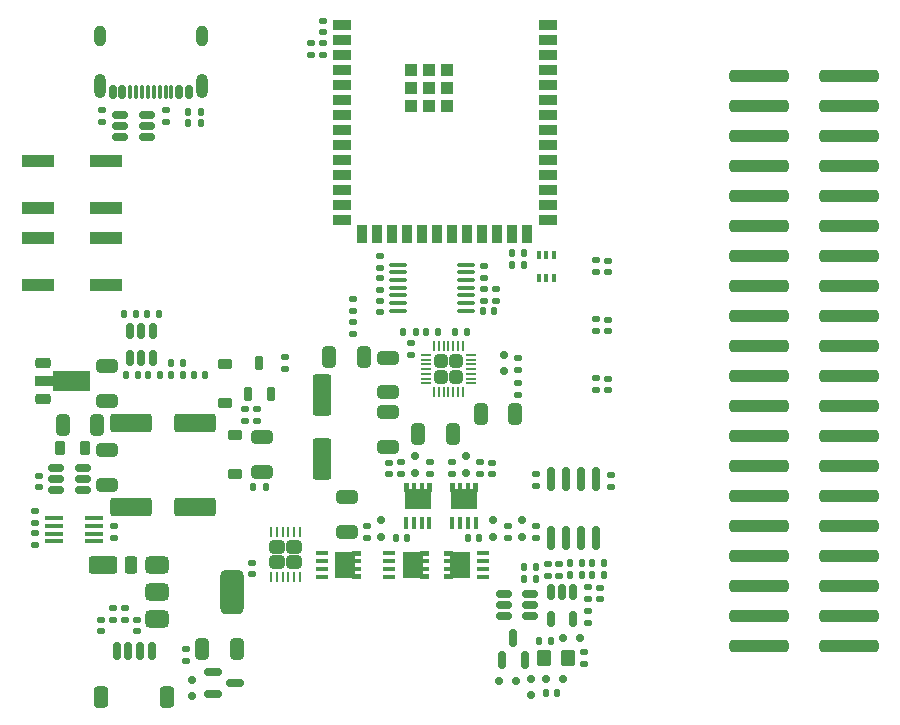
<source format=gtp>
G04 #@! TF.GenerationSoftware,KiCad,Pcbnew,8.0.6*
G04 #@! TF.CreationDate,2024-12-21T11:06:13+01:00*
G04 #@! TF.ProjectId,s3main,73336d61-696e-42e6-9b69-6361645f7063,A*
G04 #@! TF.SameCoordinates,Original*
G04 #@! TF.FileFunction,Paste,Top*
G04 #@! TF.FilePolarity,Positive*
%FSLAX46Y46*%
G04 Gerber Fmt 4.6, Leading zero omitted, Abs format (unit mm)*
G04 Created by KiCad (PCBNEW 8.0.6) date 2024-12-21 11:06:13*
%MOMM*%
%LPD*%
G01*
G04 APERTURE LIST*
G04 Aperture macros list*
%AMRoundRect*
0 Rectangle with rounded corners*
0 $1 Rounding radius*
0 $2 $3 $4 $5 $6 $7 $8 $9 X,Y pos of 4 corners*
0 Add a 4 corners polygon primitive as box body*
4,1,4,$2,$3,$4,$5,$6,$7,$8,$9,$2,$3,0*
0 Add four circle primitives for the rounded corners*
1,1,$1+$1,$2,$3*
1,1,$1+$1,$4,$5*
1,1,$1+$1,$6,$7*
1,1,$1+$1,$8,$9*
0 Add four rect primitives between the rounded corners*
20,1,$1+$1,$2,$3,$4,$5,0*
20,1,$1+$1,$4,$5,$6,$7,0*
20,1,$1+$1,$6,$7,$8,$9,0*
20,1,$1+$1,$8,$9,$2,$3,0*%
%AMFreePoly0*
4,1,21,1.372500,0.787500,0.862500,0.787500,0.862500,0.532500,1.372500,0.532500,1.372500,0.127500,0.862500,0.127500,0.862500,-0.127500,1.372500,-0.127500,1.372500,-0.532500,0.862500,-0.532500,0.862500,-0.787500,1.372500,-0.787500,1.372500,-1.195000,0.612500,-1.195000,0.612500,-1.117500,-0.862500,-1.117500,-0.862500,1.117500,0.612500,1.117500,0.612500,1.195000,1.372500,1.195000,
1.372500,0.787500,1.372500,0.787500,$1*%
%AMFreePoly1*
4,1,9,3.862500,-0.866500,0.737500,-0.866500,0.737500,-0.450000,-0.737500,-0.450000,-0.737500,0.450000,0.737500,0.450000,0.737500,0.866500,3.862500,0.866500,3.862500,-0.866500,3.862500,-0.866500,$1*%
G04 Aperture macros list end*
%ADD10RoundRect,0.147500X-0.172500X0.147500X-0.172500X-0.147500X0.172500X-0.147500X0.172500X0.147500X0*%
%ADD11RoundRect,0.135000X0.135000X0.185000X-0.135000X0.185000X-0.135000X-0.185000X0.135000X-0.185000X0*%
%ADD12RoundRect,0.135000X-0.135000X-0.185000X0.135000X-0.185000X0.135000X0.185000X-0.135000X0.185000X0*%
%ADD13RoundRect,0.150000X0.200000X-0.150000X0.200000X0.150000X-0.200000X0.150000X-0.200000X-0.150000X0*%
%ADD14RoundRect,0.135000X0.185000X-0.135000X0.185000X0.135000X-0.185000X0.135000X-0.185000X-0.135000X0*%
%ADD15RoundRect,0.135000X-0.185000X0.135000X-0.185000X-0.135000X0.185000X-0.135000X0.185000X0.135000X0*%
%ADD16RoundRect,0.250000X-0.325000X-0.650000X0.325000X-0.650000X0.325000X0.650000X-0.325000X0.650000X0*%
%ADD17RoundRect,0.250000X-0.315000X-0.315000X0.315000X-0.315000X0.315000X0.315000X-0.315000X0.315000X0*%
%ADD18RoundRect,0.050000X-0.387500X-0.050000X0.387500X-0.050000X0.387500X0.050000X-0.387500X0.050000X0*%
%ADD19RoundRect,0.050000X-0.050000X-0.387500X0.050000X-0.387500X0.050000X0.387500X-0.050000X0.387500X0*%
%ADD20R,0.990000X0.405000*%
%ADD21FreePoly0,180.000000*%
%ADD22RoundRect,0.225000X-0.375000X0.225000X-0.375000X-0.225000X0.375000X-0.225000X0.375000X0.225000X0*%
%ADD23R,0.405000X0.990000*%
%ADD24FreePoly0,90.000000*%
%ADD25RoundRect,0.150000X-0.150000X0.512500X-0.150000X-0.512500X0.150000X-0.512500X0.150000X0.512500X0*%
%ADD26RoundRect,0.250000X0.950000X0.500000X-0.950000X0.500000X-0.950000X-0.500000X0.950000X-0.500000X0*%
%ADD27RoundRect,0.250000X0.275000X0.500000X-0.275000X0.500000X-0.275000X-0.500000X0.275000X-0.500000X0*%
%ADD28RoundRect,0.140000X0.140000X0.170000X-0.140000X0.170000X-0.140000X-0.170000X0.140000X-0.170000X0*%
%ADD29R,1.600000X0.300000*%
%ADD30RoundRect,0.140000X-0.170000X0.140000X-0.170000X-0.140000X0.170000X-0.140000X0.170000X0.140000X0*%
%ADD31RoundRect,0.250000X0.350000X0.450000X-0.350000X0.450000X-0.350000X-0.450000X0.350000X-0.450000X0*%
%ADD32R,1.500000X0.900000*%
%ADD33R,0.900000X1.500000*%
%ADD34R,1.000000X1.000000*%
%ADD35RoundRect,0.250000X0.650000X-0.325000X0.650000X0.325000X-0.650000X0.325000X-0.650000X-0.325000X0*%
%ADD36RoundRect,0.150000X-0.150000X-0.200000X0.150000X-0.200000X0.150000X0.200000X-0.150000X0.200000X0*%
%ADD37RoundRect,0.250000X1.500000X0.550000X-1.500000X0.550000X-1.500000X-0.550000X1.500000X-0.550000X0*%
%ADD38RoundRect,0.150000X0.150000X0.425000X-0.150000X0.425000X-0.150000X-0.425000X0.150000X-0.425000X0*%
%ADD39RoundRect,0.075000X0.075000X0.500000X-0.075000X0.500000X-0.075000X-0.500000X0.075000X-0.500000X0*%
%ADD40O,1.000000X2.100000*%
%ADD41O,1.000000X1.800000*%
%ADD42RoundRect,0.250000X0.550000X-1.500000X0.550000X1.500000X-0.550000X1.500000X-0.550000X-1.500000X0*%
%ADD43R,2.750000X1.000000*%
%ADD44RoundRect,0.140000X0.170000X-0.140000X0.170000X0.140000X-0.170000X0.140000X-0.170000X-0.140000X0*%
%ADD45RoundRect,0.150000X-0.587500X-0.150000X0.587500X-0.150000X0.587500X0.150000X-0.587500X0.150000X0*%
%ADD46RoundRect,0.218750X-0.218750X-0.381250X0.218750X-0.381250X0.218750X0.381250X-0.218750X0.381250X0*%
%ADD47RoundRect,0.375000X-0.625000X-0.375000X0.625000X-0.375000X0.625000X0.375000X-0.625000X0.375000X0*%
%ADD48RoundRect,0.500000X-0.500000X-1.400000X0.500000X-1.400000X0.500000X1.400000X-0.500000X1.400000X0*%
%ADD49RoundRect,0.100000X0.637500X0.100000X-0.637500X0.100000X-0.637500X-0.100000X0.637500X-0.100000X0*%
%ADD50RoundRect,0.255000X2.245000X0.255000X-2.245000X0.255000X-2.245000X-0.255000X2.245000X-0.255000X0*%
%ADD51RoundRect,0.150000X-0.150000X-0.625000X0.150000X-0.625000X0.150000X0.625000X-0.150000X0.625000X0*%
%ADD52RoundRect,0.250000X-0.350000X-0.650000X0.350000X-0.650000X0.350000X0.650000X-0.350000X0.650000X0*%
%ADD53FreePoly0,0.000000*%
%ADD54RoundRect,0.250000X-0.650000X0.325000X-0.650000X-0.325000X0.650000X-0.325000X0.650000X0.325000X0*%
%ADD55RoundRect,0.150000X0.512500X0.150000X-0.512500X0.150000X-0.512500X-0.150000X0.512500X-0.150000X0*%
%ADD56RoundRect,0.225000X-0.425000X-0.225000X0.425000X-0.225000X0.425000X0.225000X-0.425000X0.225000X0*%
%ADD57FreePoly1,0.000000*%
%ADD58RoundRect,0.162500X0.162500X-0.447500X0.162500X0.447500X-0.162500X0.447500X-0.162500X-0.447500X0*%
%ADD59RoundRect,0.250000X-0.400000X0.315000X-0.400000X-0.315000X0.400000X-0.315000X0.400000X0.315000X0*%
%ADD60RoundRect,0.062500X-0.062500X0.375000X-0.062500X-0.375000X0.062500X-0.375000X0.062500X0.375000X0*%
%ADD61RoundRect,0.100000X-0.100000X0.225000X-0.100000X-0.225000X0.100000X-0.225000X0.100000X0.225000X0*%
%ADD62RoundRect,0.150000X0.150000X-0.587500X0.150000X0.587500X-0.150000X0.587500X-0.150000X-0.587500X0*%
%ADD63RoundRect,0.150000X0.150000X-0.825000X0.150000X0.825000X-0.150000X0.825000X-0.150000X-0.825000X0*%
%ADD64RoundRect,0.150000X0.150000X0.200000X-0.150000X0.200000X-0.150000X-0.200000X0.150000X-0.200000X0*%
%ADD65RoundRect,0.140000X-0.140000X-0.170000X0.140000X-0.170000X0.140000X0.170000X-0.140000X0.170000X0*%
G04 APERTURE END LIST*
D10*
X166900000Y-94015000D03*
X166900000Y-94985000D03*
D11*
X129010000Y-98700000D03*
X127990000Y-98700000D03*
D12*
X149590000Y-95100000D03*
X150610000Y-95100000D03*
D13*
X157200000Y-111000000D03*
X157200000Y-112400000D03*
D12*
X131390000Y-76400000D03*
X132410000Y-76400000D03*
D14*
X139600000Y-98210000D03*
X139600000Y-97190000D03*
D15*
X126000000Y-118390000D03*
X126000000Y-119410000D03*
X124100000Y-76290000D03*
X124100000Y-77310000D03*
D16*
X150825000Y-103700000D03*
X153775000Y-103700000D03*
D17*
X152750000Y-97550000D03*
X152750000Y-98850000D03*
X154050000Y-97550000D03*
X154050000Y-98850000D03*
D18*
X151462500Y-97000000D03*
X151462500Y-97400000D03*
X151462500Y-97800000D03*
X151462500Y-98200000D03*
X151462500Y-98600000D03*
X151462500Y-99000000D03*
X151462500Y-99400000D03*
D19*
X152200000Y-100137500D03*
X152600000Y-100137500D03*
X153000000Y-100137500D03*
X153400000Y-100137500D03*
X153800000Y-100137500D03*
X154200000Y-100137500D03*
X154600000Y-100137500D03*
D18*
X155337500Y-99400000D03*
X155337500Y-99000000D03*
X155337500Y-98600000D03*
X155337500Y-98200000D03*
X155337500Y-97800000D03*
X155337500Y-97400000D03*
X155337500Y-97000000D03*
D19*
X154600000Y-96262500D03*
X154200000Y-96262500D03*
X153800000Y-96262500D03*
X153400000Y-96262500D03*
X153000000Y-96262500D03*
X152600000Y-96262500D03*
X152200000Y-96262500D03*
D20*
X156335000Y-115790000D03*
X156335000Y-115130000D03*
X156335000Y-114470000D03*
X156335000Y-113810000D03*
D21*
X154342500Y-114800000D03*
D15*
X131200000Y-121890000D03*
X131200000Y-122910000D03*
D12*
X151490000Y-95100000D03*
X152510000Y-95100000D03*
D22*
X135300000Y-103750000D03*
X135300000Y-107050000D03*
D23*
X153710000Y-111235000D03*
X154370000Y-111235000D03*
X155030000Y-111235000D03*
X155690000Y-111235000D03*
D24*
X154700000Y-109242500D03*
D25*
X163950000Y-117062500D03*
X163000000Y-117062500D03*
X162050000Y-117062500D03*
X162050000Y-119337500D03*
X163950000Y-119337500D03*
D12*
X165590000Y-115600000D03*
X166610000Y-115600000D03*
D26*
X124150000Y-114800000D03*
D27*
X126525000Y-114800000D03*
D28*
X160780000Y-115000000D03*
X159820000Y-115000000D03*
D11*
X166610000Y-114600000D03*
X165590000Y-114600000D03*
D14*
X118400000Y-111210000D03*
X118400000Y-110190000D03*
D13*
X150600000Y-105600000D03*
X150600000Y-107000000D03*
D29*
X123400000Y-112775000D03*
X123400000Y-112125000D03*
X123400000Y-111475000D03*
X123400000Y-110825000D03*
X120000000Y-110825000D03*
X120000000Y-111475000D03*
X120000000Y-112125000D03*
X120000000Y-112775000D03*
D11*
X132410000Y-77400000D03*
X131390000Y-77400000D03*
D30*
X160800000Y-107120000D03*
X160800000Y-108080000D03*
D14*
X165900000Y-100010000D03*
X165900000Y-98990000D03*
D31*
X163500000Y-122700000D03*
X161500000Y-122700000D03*
D15*
X156400000Y-91390000D03*
X156400000Y-92410000D03*
X136200000Y-101590000D03*
X136200000Y-102610000D03*
D14*
X147600000Y-89610000D03*
X147600000Y-88590000D03*
D15*
X158400000Y-111490000D03*
X158400000Y-112510000D03*
D11*
X164710000Y-115600000D03*
X163690000Y-115600000D03*
D32*
X144350000Y-69040000D03*
X144350000Y-70310000D03*
X144350000Y-71580000D03*
X144350000Y-72850000D03*
X144350000Y-74120000D03*
X144350000Y-75390000D03*
X144350000Y-76660000D03*
X144350000Y-77930000D03*
X144350000Y-79200000D03*
X144350000Y-80470000D03*
X144350000Y-81740000D03*
X144350000Y-83010000D03*
X144350000Y-84280000D03*
X144350000Y-85550000D03*
D33*
X146115000Y-86800000D03*
X147385000Y-86800000D03*
X148655000Y-86800000D03*
X149925000Y-86800000D03*
X151195000Y-86800000D03*
X152465000Y-86800000D03*
X153735000Y-86800000D03*
X155005000Y-86800000D03*
X156275000Y-86800000D03*
X157545000Y-86800000D03*
X158815000Y-86800000D03*
X160085000Y-86800000D03*
D32*
X161850000Y-85550000D03*
X161850000Y-84280000D03*
X161850000Y-83010000D03*
X161850000Y-81740000D03*
X161850000Y-80470000D03*
X161850000Y-79200000D03*
X161850000Y-77930000D03*
X161850000Y-76660000D03*
X161850000Y-75390000D03*
X161850000Y-74120000D03*
X161850000Y-72850000D03*
X161850000Y-71580000D03*
X161850000Y-70310000D03*
X161850000Y-69040000D03*
D34*
X150240000Y-72890000D03*
X150240000Y-74390000D03*
X150240000Y-74390000D03*
X150240000Y-75890000D03*
X151740000Y-72890000D03*
X151740000Y-72890000D03*
X151740000Y-74390000D03*
X151740000Y-75890000D03*
X153240000Y-72890000D03*
X153240000Y-74390000D03*
X153240000Y-75890000D03*
D15*
X149400000Y-106090000D03*
X149400000Y-107110000D03*
D13*
X160400000Y-124400000D03*
X160400000Y-125800000D03*
D35*
X137600000Y-106875000D03*
X137600000Y-103925000D03*
D36*
X159100000Y-124600000D03*
X157700000Y-124600000D03*
D30*
X118400000Y-112120000D03*
X118400000Y-113080000D03*
D37*
X131900000Y-109900000D03*
X126500000Y-109900000D03*
D38*
X131400000Y-74780000D03*
X130600000Y-74780000D03*
D39*
X129450000Y-74780000D03*
X128450000Y-74780000D03*
X127950000Y-74780000D03*
X126950000Y-74780000D03*
D38*
X125800000Y-74780000D03*
X125000000Y-74780000D03*
X125000000Y-74780000D03*
X125800000Y-74780000D03*
D39*
X126450000Y-74780000D03*
X127450000Y-74780000D03*
X128950000Y-74780000D03*
X129950000Y-74780000D03*
D38*
X130600000Y-74780000D03*
X131400000Y-74780000D03*
D40*
X132520000Y-74205000D03*
D41*
X132520000Y-70025000D03*
D40*
X123880000Y-74205000D03*
D41*
X123880000Y-70025000D03*
D42*
X142700000Y-105800000D03*
X142700000Y-100400000D03*
D15*
X142800000Y-70590000D03*
X142800000Y-71610000D03*
D12*
X126090000Y-98700000D03*
X127110000Y-98700000D03*
D43*
X118620000Y-87100000D03*
X124380000Y-87100000D03*
X118620000Y-91100000D03*
X124380000Y-91100000D03*
D11*
X126910000Y-93500000D03*
X125890000Y-93500000D03*
D44*
X150200000Y-96980000D03*
X150200000Y-96020000D03*
X147600000Y-93380000D03*
X147600000Y-92420000D03*
D11*
X155010000Y-95100000D03*
X153990000Y-95100000D03*
D14*
X145300000Y-93310000D03*
X145300000Y-92290000D03*
D22*
X134500000Y-97750000D03*
X134500000Y-101050000D03*
D12*
X158790000Y-89400000D03*
X159810000Y-89400000D03*
D16*
X156125000Y-102000000D03*
X159075000Y-102000000D03*
D30*
X157100000Y-106120000D03*
X157100000Y-107080000D03*
D15*
X129500000Y-76290000D03*
X129500000Y-77310000D03*
D25*
X128350000Y-94962500D03*
X127400000Y-94962500D03*
X126450000Y-94962500D03*
X126450000Y-97237500D03*
X127400000Y-97237500D03*
X128350000Y-97237500D03*
D15*
X151800000Y-106090000D03*
X151800000Y-107110000D03*
D11*
X137910000Y-108200000D03*
X136890000Y-108200000D03*
D15*
X156100000Y-106090000D03*
X156100000Y-107110000D03*
D43*
X118620000Y-80600000D03*
X124380000Y-80600000D03*
X118620000Y-84600000D03*
X124380000Y-84600000D03*
D45*
X133462500Y-123850000D03*
X133462500Y-125750000D03*
X135337500Y-124800000D03*
D28*
X162580000Y-125600000D03*
X161620000Y-125600000D03*
D16*
X132525000Y-121900000D03*
X135475000Y-121900000D03*
D13*
X159600000Y-111000000D03*
X159600000Y-112400000D03*
D23*
X149810000Y-111235000D03*
X150470000Y-111235000D03*
X151130000Y-111235000D03*
X151790000Y-111235000D03*
D24*
X150800000Y-109242500D03*
D46*
X120537500Y-104900000D03*
X122662500Y-104900000D03*
D47*
X128750000Y-114800000D03*
X128750000Y-117100000D03*
X128750000Y-119400000D03*
D48*
X135050000Y-117100000D03*
D14*
X165900000Y-95010000D03*
X165900000Y-93990000D03*
D15*
X125000000Y-118390000D03*
X125000000Y-119410000D03*
D44*
X166200000Y-117680000D03*
X166200000Y-116720000D03*
D11*
X130910000Y-98700000D03*
X129890000Y-98700000D03*
D15*
X157400000Y-91390000D03*
X157400000Y-92410000D03*
D49*
X154862500Y-93250000D03*
X154862500Y-92600000D03*
X154862500Y-91950000D03*
X154862500Y-91300000D03*
X154862500Y-90650000D03*
X154862500Y-90000000D03*
X154862500Y-89350000D03*
X149137500Y-89350000D03*
X149137500Y-90000000D03*
X149137500Y-90650000D03*
X149137500Y-91300000D03*
X149137500Y-91950000D03*
X149137500Y-92600000D03*
X149137500Y-93250000D03*
D14*
X165900000Y-90010000D03*
X165900000Y-88990000D03*
D44*
X127000000Y-120380000D03*
X127000000Y-119420000D03*
D28*
X157280000Y-93300000D03*
X156320000Y-93300000D03*
D50*
X187300000Y-121630000D03*
X179700000Y-121630000D03*
X187300000Y-119090000D03*
X179700000Y-119090000D03*
X187300000Y-116550000D03*
X179700000Y-116550000D03*
X187300000Y-114010000D03*
X179700000Y-114010000D03*
X187300000Y-111470000D03*
X179700000Y-111470000D03*
X187300000Y-108930000D03*
X179700000Y-108930000D03*
X187300000Y-106390000D03*
X179700000Y-106390000D03*
X187300000Y-103850000D03*
X179700000Y-103850000D03*
X187300000Y-101310000D03*
X179700000Y-101310000D03*
X187300000Y-98770000D03*
X179700000Y-98770000D03*
X187300000Y-96230000D03*
X179700000Y-96230000D03*
X187300000Y-93690000D03*
X179700000Y-93690000D03*
X187300000Y-91150000D03*
X179700000Y-91150000D03*
X187300000Y-88610000D03*
X179700000Y-88610000D03*
X187300000Y-86070000D03*
X179700000Y-86070000D03*
X187300000Y-83530000D03*
X179700000Y-83530000D03*
X187300000Y-80990000D03*
X179700000Y-80990000D03*
X187300000Y-78450000D03*
X179700000Y-78450000D03*
X187300000Y-75910000D03*
X179700000Y-75910000D03*
X187300000Y-73370000D03*
X179700000Y-73370000D03*
D44*
X124000000Y-120380000D03*
X124000000Y-119420000D03*
D14*
X156400000Y-90510000D03*
X156400000Y-89490000D03*
D11*
X128910000Y-93500000D03*
X127890000Y-93500000D03*
D51*
X125300000Y-122100000D03*
X126300000Y-122100000D03*
X127300000Y-122100000D03*
X128300000Y-122100000D03*
D52*
X124000000Y-125975000D03*
X129600000Y-125975000D03*
D20*
X148365000Y-113810000D03*
X148365000Y-114470000D03*
X148365000Y-115130000D03*
X148365000Y-115790000D03*
D53*
X150357500Y-114800000D03*
D44*
X165200000Y-119680000D03*
X165200000Y-118720000D03*
D54*
X148300000Y-101825000D03*
X148300000Y-104775000D03*
D30*
X125100000Y-111520000D03*
X125100000Y-112480000D03*
D44*
X141800000Y-71580000D03*
X141800000Y-70620000D03*
D16*
X143325000Y-97200000D03*
X146275000Y-97200000D03*
D54*
X124500000Y-97925000D03*
X124500000Y-100875000D03*
D20*
X142665000Y-113810000D03*
X142665000Y-114470000D03*
X142665000Y-115130000D03*
X142665000Y-115790000D03*
D53*
X144657500Y-114800000D03*
D14*
X164900000Y-123210000D03*
X164900000Y-122190000D03*
D15*
X146500000Y-111490000D03*
X146500000Y-112510000D03*
D13*
X158100000Y-97000000D03*
X158100000Y-98400000D03*
D15*
X153700000Y-106090000D03*
X153700000Y-107110000D03*
D28*
X149880000Y-112500000D03*
X148920000Y-112500000D03*
D55*
X122437500Y-108450000D03*
X122437500Y-107500000D03*
X122437500Y-106550000D03*
X120162500Y-106550000D03*
X120162500Y-107500000D03*
X120162500Y-108450000D03*
D14*
X145300000Y-95210000D03*
X145300000Y-94190000D03*
D56*
X119050000Y-97700000D03*
D57*
X119137500Y-99200000D03*
D56*
X119050000Y-100700000D03*
D12*
X159790000Y-116000000D03*
X160810000Y-116000000D03*
D14*
X161800000Y-115710000D03*
X161800000Y-114690000D03*
D58*
X136450000Y-100310000D03*
X138350000Y-100310000D03*
X137400000Y-97690000D03*
D59*
X140350000Y-113250000D03*
X138850000Y-113250000D03*
X140350000Y-114550000D03*
X138850000Y-114550000D03*
D60*
X140850000Y-111962500D03*
X140350000Y-111962500D03*
X139850000Y-111962500D03*
X139350000Y-111962500D03*
X138850000Y-111962500D03*
X138350000Y-111962500D03*
X138350000Y-115837500D03*
X138850000Y-115837500D03*
X139350000Y-115837500D03*
X139850000Y-115837500D03*
X140350000Y-115837500D03*
X140850000Y-115837500D03*
D13*
X154900000Y-105600000D03*
X154900000Y-107000000D03*
D55*
X127837500Y-78550000D03*
X127837500Y-77600000D03*
X127837500Y-76650000D03*
X125562500Y-76650000D03*
X125562500Y-77600000D03*
X125562500Y-78550000D03*
D54*
X144800000Y-109025000D03*
X144800000Y-111975000D03*
D61*
X162350000Y-88550000D03*
X161700000Y-88550000D03*
X161050000Y-88550000D03*
X161050000Y-90450000D03*
X161700000Y-90450000D03*
X162350000Y-90450000D03*
D14*
X165200000Y-117710000D03*
X165200000Y-116690000D03*
X167200000Y-108210000D03*
X167200000Y-107190000D03*
D12*
X158790000Y-88400000D03*
X159810000Y-88400000D03*
D15*
X160800000Y-111490000D03*
X160800000Y-112510000D03*
D10*
X166900000Y-89015000D03*
X166900000Y-89985000D03*
D62*
X157950000Y-122837500D03*
X159850000Y-122837500D03*
X158900000Y-120962500D03*
D55*
X160337500Y-119150000D03*
X160337500Y-118200000D03*
X160337500Y-117250000D03*
X158062500Y-117250000D03*
X158062500Y-118200000D03*
X158062500Y-119150000D03*
D13*
X131700000Y-124500000D03*
X131700000Y-125900000D03*
D63*
X162095000Y-112475000D03*
X163365000Y-112475000D03*
X164635000Y-112475000D03*
X165905000Y-112475000D03*
X165905000Y-107525000D03*
X164635000Y-107525000D03*
X163365000Y-107525000D03*
X162095000Y-107525000D03*
D44*
X136800000Y-115580000D03*
X136800000Y-114620000D03*
D64*
X161700000Y-124400000D03*
X163100000Y-124400000D03*
D13*
X147700000Y-111000000D03*
X147700000Y-112400000D03*
D44*
X142800000Y-69680000D03*
X142800000Y-68720000D03*
D10*
X166900000Y-99015000D03*
X166900000Y-99985000D03*
D11*
X162110000Y-121200000D03*
X161090000Y-121200000D03*
D12*
X163690000Y-114600000D03*
X164710000Y-114600000D03*
D14*
X137200000Y-102610000D03*
X137200000Y-101590000D03*
D16*
X120725000Y-102900000D03*
X123675000Y-102900000D03*
D35*
X148300000Y-100175000D03*
X148300000Y-97225000D03*
D12*
X129890000Y-97700000D03*
X130910000Y-97700000D03*
D44*
X162800000Y-115680000D03*
X162800000Y-114720000D03*
D37*
X131900000Y-102800000D03*
X126500000Y-102800000D03*
D65*
X131820000Y-98700000D03*
X132780000Y-98700000D03*
D30*
X148400000Y-106120000D03*
X148400000Y-107080000D03*
D35*
X124500000Y-107975000D03*
X124500000Y-105025000D03*
D15*
X159300000Y-97290000D03*
X159300000Y-98310000D03*
D30*
X159300000Y-99420000D03*
X159300000Y-100380000D03*
D64*
X163100000Y-121000000D03*
X164500000Y-121000000D03*
D15*
X147600000Y-90490000D03*
X147600000Y-91510000D03*
D65*
X155020000Y-112500000D03*
X155980000Y-112500000D03*
D30*
X118700000Y-107220000D03*
X118700000Y-108180000D03*
M02*

</source>
